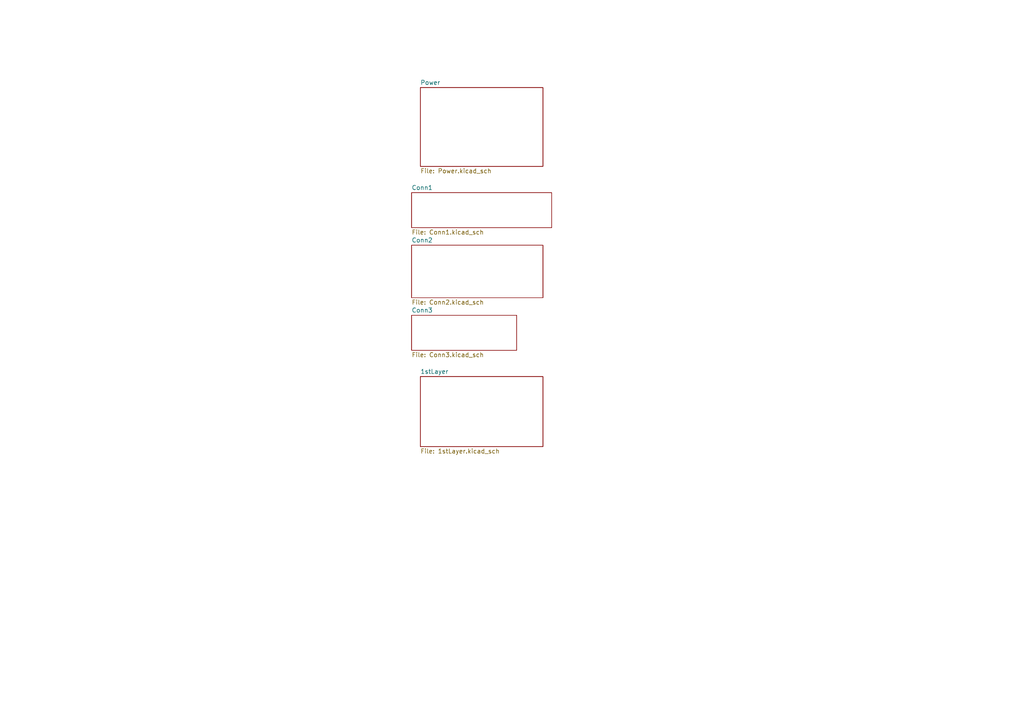
<source format=kicad_sch>
(kicad_sch (version 20230121) (generator eeschema)
  (paper "A4")
  (lib_symbols)
  (sheet (at 119.38 55.88) (size 40.64 10.16) (stroke (width 0.1524))
    (property "Sheetname" "Conn1" (at 119.38 55.1684 0) (effects (justify left bottom)))
    (property "Sheetfile" "Conn1.kicad_sch" (at 119.38 66.6246 0) (effects (justify left top)))
  )
  (sheet (at 119.38 91.44) (size 30.48 10.16) (stroke (width 0.1524))
    (property "Sheetname" "Conn3" (at 119.38 90.7284 0) (effects (justify left bottom)))
    (property "Sheetfile" "Conn3.kicad_sch" (at 119.38 102.1846 0) (effects (justify left top)))
  )
  (sheet (at 121.92 109.22) (size 35.56 20.32) (stroke (width 0.1524))
    (property "Sheetname" "1stLayer" (at 121.92 108.5084 0) (effects (justify left bottom)))
    (property "Sheetfile" "1stLayer.kicad_sch" (at 121.92 130.1246 0) (effects (justify left top)))
  )
  (sheet (at 119.38 71.12) (size 38.1 15.24) (stroke (width 0.1524))
    (property "Sheetname" "Conn2" (at 119.38 70.4084 0) (effects (justify left bottom)))
    (property "Sheetfile" "Conn2.kicad_sch" (at 119.38 86.9446 0) (effects (justify left top)))
  )
  (sheet (at 121.92 25.4) (size 35.56 22.86) (stroke (width 0.1524))
    (property "Sheetname" "Power" (at 121.92 24.6884 0) (effects (justify left bottom)))
    (property "Sheetfile" "Power.kicad_sch" (at 121.92 48.8446 0) (effects (justify left top)))
  )
)
</source>
